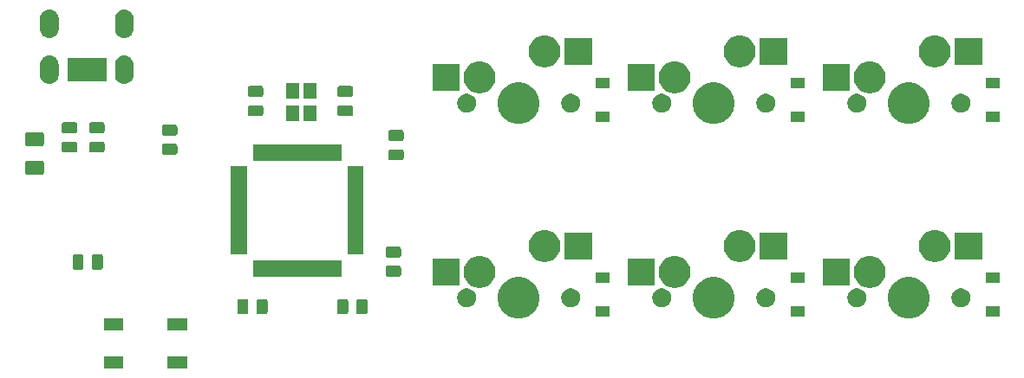
<source format=gbs>
G04 #@! TF.GenerationSoftware,KiCad,Pcbnew,(5.1.4)-1*
G04 #@! TF.CreationDate,2023-05-28T13:58:39-07:00*
G04 #@! TF.ProjectId,keypad,6b657970-6164-42e6-9b69-6361645f7063,rev?*
G04 #@! TF.SameCoordinates,Original*
G04 #@! TF.FileFunction,Soldermask,Bot*
G04 #@! TF.FilePolarity,Negative*
%FSLAX46Y46*%
G04 Gerber Fmt 4.6, Leading zero omitted, Abs format (unit mm)*
G04 Created by KiCad (PCBNEW (5.1.4)-1) date 2023-05-28 13:58:39*
%MOMM*%
%LPD*%
G04 APERTURE LIST*
%ADD10C,0.100000*%
G04 APERTURE END LIST*
D10*
G36*
X174782250Y-137888000D02*
G01*
X172880250Y-137888000D01*
X172880250Y-136686000D01*
X174782250Y-136686000D01*
X174782250Y-137888000D01*
X174782250Y-137888000D01*
G37*
G36*
X168582250Y-137888000D02*
G01*
X166680250Y-137888000D01*
X166680250Y-136686000D01*
X168582250Y-136686000D01*
X168582250Y-137888000D01*
X168582250Y-137888000D01*
G37*
G36*
X168582250Y-134188000D02*
G01*
X166680250Y-134188000D01*
X166680250Y-132986000D01*
X168582250Y-132986000D01*
X168582250Y-134188000D01*
X168582250Y-134188000D01*
G37*
G36*
X174782250Y-134188000D02*
G01*
X172880250Y-134188000D01*
X172880250Y-132986000D01*
X174782250Y-132986000D01*
X174782250Y-134188000D01*
X174782250Y-134188000D01*
G37*
G36*
X245865224Y-129002434D02*
G01*
X246083224Y-129092733D01*
X246237373Y-129156583D01*
X246572298Y-129380373D01*
X246857127Y-129665202D01*
X247080917Y-130000127D01*
X247113312Y-130078336D01*
X247235066Y-130372276D01*
X247313650Y-130767344D01*
X247313650Y-131170156D01*
X247235066Y-131565224D01*
X247184201Y-131688022D01*
X247080917Y-131937373D01*
X246857127Y-132272298D01*
X246572298Y-132557127D01*
X246237373Y-132780917D01*
X246109219Y-132834000D01*
X245865224Y-132935066D01*
X245470156Y-133013650D01*
X245067344Y-133013650D01*
X244672276Y-132935066D01*
X244428281Y-132834000D01*
X244300127Y-132780917D01*
X243965202Y-132557127D01*
X243680373Y-132272298D01*
X243456583Y-131937373D01*
X243353299Y-131688022D01*
X243302434Y-131565224D01*
X243223850Y-131170156D01*
X243223850Y-130767344D01*
X243302434Y-130372276D01*
X243424188Y-130078336D01*
X243456583Y-130000127D01*
X243680373Y-129665202D01*
X243965202Y-129380373D01*
X244300127Y-129156583D01*
X244454276Y-129092733D01*
X244672276Y-129002434D01*
X245067344Y-128923850D01*
X245470156Y-128923850D01*
X245865224Y-129002434D01*
X245865224Y-129002434D01*
G37*
G36*
X207765224Y-129002434D02*
G01*
X207983224Y-129092733D01*
X208137373Y-129156583D01*
X208472298Y-129380373D01*
X208757127Y-129665202D01*
X208980917Y-130000127D01*
X209013312Y-130078336D01*
X209135066Y-130372276D01*
X209213650Y-130767344D01*
X209213650Y-131170156D01*
X209135066Y-131565224D01*
X209084201Y-131688022D01*
X208980917Y-131937373D01*
X208757127Y-132272298D01*
X208472298Y-132557127D01*
X208137373Y-132780917D01*
X208009219Y-132834000D01*
X207765224Y-132935066D01*
X207370156Y-133013650D01*
X206967344Y-133013650D01*
X206572276Y-132935066D01*
X206328281Y-132834000D01*
X206200127Y-132780917D01*
X205865202Y-132557127D01*
X205580373Y-132272298D01*
X205356583Y-131937373D01*
X205253299Y-131688022D01*
X205202434Y-131565224D01*
X205123850Y-131170156D01*
X205123850Y-130767344D01*
X205202434Y-130372276D01*
X205324188Y-130078336D01*
X205356583Y-130000127D01*
X205580373Y-129665202D01*
X205865202Y-129380373D01*
X206200127Y-129156583D01*
X206354276Y-129092733D01*
X206572276Y-129002434D01*
X206967344Y-128923850D01*
X207370156Y-128923850D01*
X207765224Y-129002434D01*
X207765224Y-129002434D01*
G37*
G36*
X226815224Y-129002434D02*
G01*
X227033224Y-129092733D01*
X227187373Y-129156583D01*
X227522298Y-129380373D01*
X227807127Y-129665202D01*
X228030917Y-130000127D01*
X228063312Y-130078336D01*
X228185066Y-130372276D01*
X228263650Y-130767344D01*
X228263650Y-131170156D01*
X228185066Y-131565224D01*
X228134201Y-131688022D01*
X228030917Y-131937373D01*
X227807127Y-132272298D01*
X227522298Y-132557127D01*
X227187373Y-132780917D01*
X227059219Y-132834000D01*
X226815224Y-132935066D01*
X226420156Y-133013650D01*
X226017344Y-133013650D01*
X225622276Y-132935066D01*
X225378281Y-132834000D01*
X225250127Y-132780917D01*
X224915202Y-132557127D01*
X224630373Y-132272298D01*
X224406583Y-131937373D01*
X224303299Y-131688022D01*
X224252434Y-131565224D01*
X224173850Y-131170156D01*
X224173850Y-130767344D01*
X224252434Y-130372276D01*
X224374188Y-130078336D01*
X224406583Y-130000127D01*
X224630373Y-129665202D01*
X224915202Y-129380373D01*
X225250127Y-129156583D01*
X225404276Y-129092733D01*
X225622276Y-129002434D01*
X226017344Y-128923850D01*
X226420156Y-128923850D01*
X226815224Y-129002434D01*
X226815224Y-129002434D01*
G37*
G36*
X254143000Y-132834000D02*
G01*
X252841000Y-132834000D01*
X252841000Y-131832000D01*
X254143000Y-131832000D01*
X254143000Y-132834000D01*
X254143000Y-132834000D01*
G37*
G36*
X235093000Y-132834000D02*
G01*
X233791000Y-132834000D01*
X233791000Y-131832000D01*
X235093000Y-131832000D01*
X235093000Y-132834000D01*
X235093000Y-132834000D01*
G37*
G36*
X216043000Y-132834000D02*
G01*
X214741000Y-132834000D01*
X214741000Y-131832000D01*
X216043000Y-131832000D01*
X216043000Y-132834000D01*
X216043000Y-132834000D01*
G37*
G36*
X180614968Y-131079565D02*
G01*
X180653638Y-131091296D01*
X180689277Y-131110346D01*
X180720517Y-131135983D01*
X180746154Y-131167223D01*
X180765204Y-131202862D01*
X180776935Y-131241532D01*
X180781500Y-131287888D01*
X180781500Y-132364112D01*
X180776935Y-132410468D01*
X180765204Y-132449138D01*
X180746154Y-132484777D01*
X180720517Y-132516017D01*
X180689277Y-132541654D01*
X180653638Y-132560704D01*
X180614968Y-132572435D01*
X180568612Y-132577000D01*
X179917388Y-132577000D01*
X179871032Y-132572435D01*
X179832362Y-132560704D01*
X179796723Y-132541654D01*
X179765483Y-132516017D01*
X179739846Y-132484777D01*
X179720796Y-132449138D01*
X179709065Y-132410468D01*
X179704500Y-132364112D01*
X179704500Y-131287888D01*
X179709065Y-131241532D01*
X179720796Y-131202862D01*
X179739846Y-131167223D01*
X179765483Y-131135983D01*
X179796723Y-131110346D01*
X179832362Y-131091296D01*
X179871032Y-131079565D01*
X179917388Y-131075000D01*
X180568612Y-131075000D01*
X180614968Y-131079565D01*
X180614968Y-131079565D01*
G37*
G36*
X190363968Y-131079565D02*
G01*
X190402638Y-131091296D01*
X190438277Y-131110346D01*
X190469517Y-131135983D01*
X190495154Y-131167223D01*
X190514204Y-131202862D01*
X190525935Y-131241532D01*
X190530500Y-131287888D01*
X190530500Y-132364112D01*
X190525935Y-132410468D01*
X190514204Y-132449138D01*
X190495154Y-132484777D01*
X190469517Y-132516017D01*
X190438277Y-132541654D01*
X190402638Y-132560704D01*
X190363968Y-132572435D01*
X190317612Y-132577000D01*
X189666388Y-132577000D01*
X189620032Y-132572435D01*
X189581362Y-132560704D01*
X189545723Y-132541654D01*
X189514483Y-132516017D01*
X189488846Y-132484777D01*
X189469796Y-132449138D01*
X189458065Y-132410468D01*
X189453500Y-132364112D01*
X189453500Y-131287888D01*
X189458065Y-131241532D01*
X189469796Y-131202862D01*
X189488846Y-131167223D01*
X189514483Y-131135983D01*
X189545723Y-131110346D01*
X189581362Y-131091296D01*
X189620032Y-131079565D01*
X189666388Y-131075000D01*
X190317612Y-131075000D01*
X190363968Y-131079565D01*
X190363968Y-131079565D01*
G37*
G36*
X192238968Y-131079565D02*
G01*
X192277638Y-131091296D01*
X192313277Y-131110346D01*
X192344517Y-131135983D01*
X192370154Y-131167223D01*
X192389204Y-131202862D01*
X192400935Y-131241532D01*
X192405500Y-131287888D01*
X192405500Y-132364112D01*
X192400935Y-132410468D01*
X192389204Y-132449138D01*
X192370154Y-132484777D01*
X192344517Y-132516017D01*
X192313277Y-132541654D01*
X192277638Y-132560704D01*
X192238968Y-132572435D01*
X192192612Y-132577000D01*
X191541388Y-132577000D01*
X191495032Y-132572435D01*
X191456362Y-132560704D01*
X191420723Y-132541654D01*
X191389483Y-132516017D01*
X191363846Y-132484777D01*
X191344796Y-132449138D01*
X191333065Y-132410468D01*
X191328500Y-132364112D01*
X191328500Y-131287888D01*
X191333065Y-131241532D01*
X191344796Y-131202862D01*
X191363846Y-131167223D01*
X191389483Y-131135983D01*
X191420723Y-131110346D01*
X191456362Y-131091296D01*
X191495032Y-131079565D01*
X191541388Y-131075000D01*
X192192612Y-131075000D01*
X192238968Y-131079565D01*
X192238968Y-131079565D01*
G37*
G36*
X182489968Y-131079565D02*
G01*
X182528638Y-131091296D01*
X182564277Y-131110346D01*
X182595517Y-131135983D01*
X182621154Y-131167223D01*
X182640204Y-131202862D01*
X182651935Y-131241532D01*
X182656500Y-131287888D01*
X182656500Y-132364112D01*
X182651935Y-132410468D01*
X182640204Y-132449138D01*
X182621154Y-132484777D01*
X182595517Y-132516017D01*
X182564277Y-132541654D01*
X182528638Y-132560704D01*
X182489968Y-132572435D01*
X182443612Y-132577000D01*
X181792388Y-132577000D01*
X181746032Y-132572435D01*
X181707362Y-132560704D01*
X181671723Y-132541654D01*
X181640483Y-132516017D01*
X181614846Y-132484777D01*
X181595796Y-132449138D01*
X181584065Y-132410468D01*
X181579500Y-132364112D01*
X181579500Y-131287888D01*
X181584065Y-131241532D01*
X181595796Y-131202862D01*
X181614846Y-131167223D01*
X181640483Y-131135983D01*
X181671723Y-131110346D01*
X181707362Y-131091296D01*
X181746032Y-131079565D01*
X181792388Y-131075000D01*
X182443612Y-131075000D01*
X182489968Y-131079565D01*
X182489968Y-131079565D01*
G37*
G36*
X240458854Y-130078335D02*
G01*
X240627376Y-130148139D01*
X240779041Y-130249478D01*
X240908022Y-130378459D01*
X241009361Y-130530124D01*
X241079165Y-130698646D01*
X241114750Y-130877547D01*
X241114750Y-131059953D01*
X241079165Y-131238854D01*
X241009361Y-131407376D01*
X240908022Y-131559041D01*
X240779041Y-131688022D01*
X240627376Y-131789361D01*
X240458854Y-131859165D01*
X240279953Y-131894750D01*
X240097547Y-131894750D01*
X239918646Y-131859165D01*
X239750124Y-131789361D01*
X239598459Y-131688022D01*
X239469478Y-131559041D01*
X239368139Y-131407376D01*
X239298335Y-131238854D01*
X239262750Y-131059953D01*
X239262750Y-130877547D01*
X239298335Y-130698646D01*
X239368139Y-130530124D01*
X239469478Y-130378459D01*
X239598459Y-130249478D01*
X239750124Y-130148139D01*
X239918646Y-130078335D01*
X240097547Y-130042750D01*
X240279953Y-130042750D01*
X240458854Y-130078335D01*
X240458854Y-130078335D01*
G37*
G36*
X202358854Y-130078335D02*
G01*
X202527376Y-130148139D01*
X202679041Y-130249478D01*
X202808022Y-130378459D01*
X202909361Y-130530124D01*
X202979165Y-130698646D01*
X203014750Y-130877547D01*
X203014750Y-131059953D01*
X202979165Y-131238854D01*
X202909361Y-131407376D01*
X202808022Y-131559041D01*
X202679041Y-131688022D01*
X202527376Y-131789361D01*
X202358854Y-131859165D01*
X202179953Y-131894750D01*
X201997547Y-131894750D01*
X201818646Y-131859165D01*
X201650124Y-131789361D01*
X201498459Y-131688022D01*
X201369478Y-131559041D01*
X201268139Y-131407376D01*
X201198335Y-131238854D01*
X201162750Y-131059953D01*
X201162750Y-130877547D01*
X201198335Y-130698646D01*
X201268139Y-130530124D01*
X201369478Y-130378459D01*
X201498459Y-130249478D01*
X201650124Y-130148139D01*
X201818646Y-130078335D01*
X201997547Y-130042750D01*
X202179953Y-130042750D01*
X202358854Y-130078335D01*
X202358854Y-130078335D01*
G37*
G36*
X212518854Y-130078335D02*
G01*
X212687376Y-130148139D01*
X212839041Y-130249478D01*
X212968022Y-130378459D01*
X213069361Y-130530124D01*
X213139165Y-130698646D01*
X213174750Y-130877547D01*
X213174750Y-131059953D01*
X213139165Y-131238854D01*
X213069361Y-131407376D01*
X212968022Y-131559041D01*
X212839041Y-131688022D01*
X212687376Y-131789361D01*
X212518854Y-131859165D01*
X212339953Y-131894750D01*
X212157547Y-131894750D01*
X211978646Y-131859165D01*
X211810124Y-131789361D01*
X211658459Y-131688022D01*
X211529478Y-131559041D01*
X211428139Y-131407376D01*
X211358335Y-131238854D01*
X211322750Y-131059953D01*
X211322750Y-130877547D01*
X211358335Y-130698646D01*
X211428139Y-130530124D01*
X211529478Y-130378459D01*
X211658459Y-130249478D01*
X211810124Y-130148139D01*
X211978646Y-130078335D01*
X212157547Y-130042750D01*
X212339953Y-130042750D01*
X212518854Y-130078335D01*
X212518854Y-130078335D01*
G37*
G36*
X221408854Y-130078335D02*
G01*
X221577376Y-130148139D01*
X221729041Y-130249478D01*
X221858022Y-130378459D01*
X221959361Y-130530124D01*
X222029165Y-130698646D01*
X222064750Y-130877547D01*
X222064750Y-131059953D01*
X222029165Y-131238854D01*
X221959361Y-131407376D01*
X221858022Y-131559041D01*
X221729041Y-131688022D01*
X221577376Y-131789361D01*
X221408854Y-131859165D01*
X221229953Y-131894750D01*
X221047547Y-131894750D01*
X220868646Y-131859165D01*
X220700124Y-131789361D01*
X220548459Y-131688022D01*
X220419478Y-131559041D01*
X220318139Y-131407376D01*
X220248335Y-131238854D01*
X220212750Y-131059953D01*
X220212750Y-130877547D01*
X220248335Y-130698646D01*
X220318139Y-130530124D01*
X220419478Y-130378459D01*
X220548459Y-130249478D01*
X220700124Y-130148139D01*
X220868646Y-130078335D01*
X221047547Y-130042750D01*
X221229953Y-130042750D01*
X221408854Y-130078335D01*
X221408854Y-130078335D01*
G37*
G36*
X231568854Y-130078335D02*
G01*
X231737376Y-130148139D01*
X231889041Y-130249478D01*
X232018022Y-130378459D01*
X232119361Y-130530124D01*
X232189165Y-130698646D01*
X232224750Y-130877547D01*
X232224750Y-131059953D01*
X232189165Y-131238854D01*
X232119361Y-131407376D01*
X232018022Y-131559041D01*
X231889041Y-131688022D01*
X231737376Y-131789361D01*
X231568854Y-131859165D01*
X231389953Y-131894750D01*
X231207547Y-131894750D01*
X231028646Y-131859165D01*
X230860124Y-131789361D01*
X230708459Y-131688022D01*
X230579478Y-131559041D01*
X230478139Y-131407376D01*
X230408335Y-131238854D01*
X230372750Y-131059953D01*
X230372750Y-130877547D01*
X230408335Y-130698646D01*
X230478139Y-130530124D01*
X230579478Y-130378459D01*
X230708459Y-130249478D01*
X230860124Y-130148139D01*
X231028646Y-130078335D01*
X231207547Y-130042750D01*
X231389953Y-130042750D01*
X231568854Y-130078335D01*
X231568854Y-130078335D01*
G37*
G36*
X250618854Y-130078335D02*
G01*
X250787376Y-130148139D01*
X250939041Y-130249478D01*
X251068022Y-130378459D01*
X251169361Y-130530124D01*
X251239165Y-130698646D01*
X251274750Y-130877547D01*
X251274750Y-131059953D01*
X251239165Y-131238854D01*
X251169361Y-131407376D01*
X251068022Y-131559041D01*
X250939041Y-131688022D01*
X250787376Y-131789361D01*
X250618854Y-131859165D01*
X250439953Y-131894750D01*
X250257547Y-131894750D01*
X250078646Y-131859165D01*
X249910124Y-131789361D01*
X249758459Y-131688022D01*
X249629478Y-131559041D01*
X249528139Y-131407376D01*
X249458335Y-131238854D01*
X249422750Y-131059953D01*
X249422750Y-130877547D01*
X249458335Y-130698646D01*
X249528139Y-130530124D01*
X249629478Y-130378459D01*
X249758459Y-130249478D01*
X249910124Y-130148139D01*
X250078646Y-130078335D01*
X250257547Y-130042750D01*
X250439953Y-130042750D01*
X250618854Y-130078335D01*
X250618854Y-130078335D01*
G37*
G36*
X203636631Y-126902638D02*
G01*
X203811160Y-126937354D01*
X204093424Y-127054271D01*
X204347455Y-127224009D01*
X204563491Y-127440045D01*
X204733229Y-127694076D01*
X204850146Y-127976340D01*
X204853800Y-127994712D01*
X204909750Y-128275989D01*
X204909750Y-128581511D01*
X204879948Y-128731335D01*
X204850146Y-128881160D01*
X204733229Y-129163424D01*
X204563491Y-129417455D01*
X204347455Y-129633491D01*
X204093424Y-129803229D01*
X203811160Y-129920146D01*
X203661335Y-129949948D01*
X203511511Y-129979750D01*
X203205989Y-129979750D01*
X203056165Y-129949948D01*
X202906340Y-129920146D01*
X202624076Y-129803229D01*
X202370045Y-129633491D01*
X202154009Y-129417455D01*
X201984271Y-129163424D01*
X201867354Y-128881160D01*
X201837552Y-128731335D01*
X201807750Y-128581511D01*
X201807750Y-128275989D01*
X201863700Y-127994712D01*
X201867354Y-127976340D01*
X201984271Y-127694076D01*
X202154009Y-127440045D01*
X202370045Y-127224009D01*
X202624076Y-127054271D01*
X202906340Y-126937354D01*
X203080869Y-126902638D01*
X203205989Y-126877750D01*
X203511511Y-126877750D01*
X203636631Y-126902638D01*
X203636631Y-126902638D01*
G37*
G36*
X241736631Y-126902638D02*
G01*
X241911160Y-126937354D01*
X242193424Y-127054271D01*
X242447455Y-127224009D01*
X242663491Y-127440045D01*
X242833229Y-127694076D01*
X242950146Y-127976340D01*
X242953800Y-127994712D01*
X243009750Y-128275989D01*
X243009750Y-128581511D01*
X242979948Y-128731335D01*
X242950146Y-128881160D01*
X242833229Y-129163424D01*
X242663491Y-129417455D01*
X242447455Y-129633491D01*
X242193424Y-129803229D01*
X241911160Y-129920146D01*
X241761335Y-129949948D01*
X241611511Y-129979750D01*
X241305989Y-129979750D01*
X241156165Y-129949948D01*
X241006340Y-129920146D01*
X240724076Y-129803229D01*
X240470045Y-129633491D01*
X240254009Y-129417455D01*
X240084271Y-129163424D01*
X239967354Y-128881160D01*
X239937552Y-128731335D01*
X239907750Y-128581511D01*
X239907750Y-128275989D01*
X239963700Y-127994712D01*
X239967354Y-127976340D01*
X240084271Y-127694076D01*
X240254009Y-127440045D01*
X240470045Y-127224009D01*
X240724076Y-127054271D01*
X241006340Y-126937354D01*
X241180869Y-126902638D01*
X241305989Y-126877750D01*
X241611511Y-126877750D01*
X241736631Y-126902638D01*
X241736631Y-126902638D01*
G37*
G36*
X222686631Y-126902638D02*
G01*
X222861160Y-126937354D01*
X223143424Y-127054271D01*
X223397455Y-127224009D01*
X223613491Y-127440045D01*
X223783229Y-127694076D01*
X223900146Y-127976340D01*
X223903800Y-127994712D01*
X223959750Y-128275989D01*
X223959750Y-128581511D01*
X223929948Y-128731335D01*
X223900146Y-128881160D01*
X223783229Y-129163424D01*
X223613491Y-129417455D01*
X223397455Y-129633491D01*
X223143424Y-129803229D01*
X222861160Y-129920146D01*
X222711335Y-129949948D01*
X222561511Y-129979750D01*
X222255989Y-129979750D01*
X222106165Y-129949948D01*
X221956340Y-129920146D01*
X221674076Y-129803229D01*
X221420045Y-129633491D01*
X221204009Y-129417455D01*
X221034271Y-129163424D01*
X220917354Y-128881160D01*
X220887552Y-128731335D01*
X220857750Y-128581511D01*
X220857750Y-128275989D01*
X220913700Y-127994712D01*
X220917354Y-127976340D01*
X221034271Y-127694076D01*
X221204009Y-127440045D01*
X221420045Y-127224009D01*
X221674076Y-127054271D01*
X221956340Y-126937354D01*
X222130869Y-126902638D01*
X222255989Y-126877750D01*
X222561511Y-126877750D01*
X222686631Y-126902638D01*
X222686631Y-126902638D01*
G37*
G36*
X220459750Y-129729750D02*
G01*
X217807750Y-129729750D01*
X217807750Y-127127750D01*
X220459750Y-127127750D01*
X220459750Y-129729750D01*
X220459750Y-129729750D01*
G37*
G36*
X201409750Y-129729750D02*
G01*
X198757750Y-129729750D01*
X198757750Y-127127750D01*
X201409750Y-127127750D01*
X201409750Y-129729750D01*
X201409750Y-129729750D01*
G37*
G36*
X239509750Y-129729750D02*
G01*
X236857750Y-129729750D01*
X236857750Y-127127750D01*
X239509750Y-127127750D01*
X239509750Y-129729750D01*
X239509750Y-129729750D01*
G37*
G36*
X216043000Y-129534000D02*
G01*
X214741000Y-129534000D01*
X214741000Y-128532000D01*
X216043000Y-128532000D01*
X216043000Y-129534000D01*
X216043000Y-129534000D01*
G37*
G36*
X254143000Y-129534000D02*
G01*
X252841000Y-129534000D01*
X252841000Y-128532000D01*
X254143000Y-128532000D01*
X254143000Y-129534000D01*
X254143000Y-129534000D01*
G37*
G36*
X235093000Y-129534000D02*
G01*
X233791000Y-129534000D01*
X233791000Y-128532000D01*
X235093000Y-128532000D01*
X235093000Y-129534000D01*
X235093000Y-129534000D01*
G37*
G36*
X189873000Y-128929000D02*
G01*
X181221000Y-128929000D01*
X181221000Y-127327000D01*
X189873000Y-127327000D01*
X189873000Y-128929000D01*
X189873000Y-128929000D01*
G37*
G36*
X195529468Y-127833065D02*
G01*
X195568138Y-127844796D01*
X195603777Y-127863846D01*
X195635017Y-127889483D01*
X195660654Y-127920723D01*
X195679704Y-127956362D01*
X195691435Y-127995032D01*
X195696000Y-128041388D01*
X195696000Y-128692612D01*
X195691435Y-128738968D01*
X195679704Y-128777638D01*
X195660654Y-128813277D01*
X195635017Y-128844517D01*
X195603777Y-128870154D01*
X195568138Y-128889204D01*
X195529468Y-128900935D01*
X195483112Y-128905500D01*
X194406888Y-128905500D01*
X194360532Y-128900935D01*
X194321862Y-128889204D01*
X194286223Y-128870154D01*
X194254983Y-128844517D01*
X194229346Y-128813277D01*
X194210296Y-128777638D01*
X194198565Y-128738968D01*
X194194000Y-128692612D01*
X194194000Y-128041388D01*
X194198565Y-127995032D01*
X194210296Y-127956362D01*
X194229346Y-127920723D01*
X194254983Y-127889483D01*
X194286223Y-127863846D01*
X194321862Y-127844796D01*
X194360532Y-127833065D01*
X194406888Y-127828500D01*
X195483112Y-127828500D01*
X195529468Y-127833065D01*
X195529468Y-127833065D01*
G37*
G36*
X166409468Y-126713065D02*
G01*
X166448138Y-126724796D01*
X166483777Y-126743846D01*
X166515017Y-126769483D01*
X166540654Y-126800723D01*
X166559704Y-126836362D01*
X166571435Y-126875032D01*
X166576000Y-126921388D01*
X166576000Y-127997612D01*
X166571435Y-128043968D01*
X166559704Y-128082638D01*
X166540654Y-128118277D01*
X166515017Y-128149517D01*
X166483777Y-128175154D01*
X166448138Y-128194204D01*
X166409468Y-128205935D01*
X166363112Y-128210500D01*
X165711888Y-128210500D01*
X165665532Y-128205935D01*
X165626862Y-128194204D01*
X165591223Y-128175154D01*
X165559983Y-128149517D01*
X165534346Y-128118277D01*
X165515296Y-128082638D01*
X165503565Y-128043968D01*
X165499000Y-127997612D01*
X165499000Y-126921388D01*
X165503565Y-126875032D01*
X165515296Y-126836362D01*
X165534346Y-126800723D01*
X165559983Y-126769483D01*
X165591223Y-126743846D01*
X165626862Y-126724796D01*
X165665532Y-126713065D01*
X165711888Y-126708500D01*
X166363112Y-126708500D01*
X166409468Y-126713065D01*
X166409468Y-126713065D01*
G37*
G36*
X164534468Y-126713065D02*
G01*
X164573138Y-126724796D01*
X164608777Y-126743846D01*
X164640017Y-126769483D01*
X164665654Y-126800723D01*
X164684704Y-126836362D01*
X164696435Y-126875032D01*
X164701000Y-126921388D01*
X164701000Y-127997612D01*
X164696435Y-128043968D01*
X164684704Y-128082638D01*
X164665654Y-128118277D01*
X164640017Y-128149517D01*
X164608777Y-128175154D01*
X164573138Y-128194204D01*
X164534468Y-128205935D01*
X164488112Y-128210500D01*
X163836888Y-128210500D01*
X163790532Y-128205935D01*
X163751862Y-128194204D01*
X163716223Y-128175154D01*
X163684983Y-128149517D01*
X163659346Y-128118277D01*
X163640296Y-128082638D01*
X163628565Y-128043968D01*
X163624000Y-127997612D01*
X163624000Y-126921388D01*
X163628565Y-126875032D01*
X163640296Y-126836362D01*
X163659346Y-126800723D01*
X163684983Y-126769483D01*
X163716223Y-126743846D01*
X163751862Y-126724796D01*
X163790532Y-126713065D01*
X163836888Y-126708500D01*
X164488112Y-126708500D01*
X164534468Y-126713065D01*
X164534468Y-126713065D01*
G37*
G36*
X229061335Y-124367552D02*
G01*
X229211160Y-124397354D01*
X229493424Y-124514271D01*
X229747455Y-124684009D01*
X229963491Y-124900045D01*
X230133229Y-125154076D01*
X230250146Y-125436340D01*
X230309750Y-125735990D01*
X230309750Y-126041510D01*
X230250146Y-126341160D01*
X230133229Y-126623424D01*
X229963491Y-126877455D01*
X229747455Y-127093491D01*
X229493424Y-127263229D01*
X229211160Y-127380146D01*
X229061335Y-127409948D01*
X228911511Y-127439750D01*
X228605989Y-127439750D01*
X228456165Y-127409948D01*
X228306340Y-127380146D01*
X228024076Y-127263229D01*
X227770045Y-127093491D01*
X227554009Y-126877455D01*
X227384271Y-126623424D01*
X227267354Y-126341160D01*
X227207750Y-126041510D01*
X227207750Y-125735990D01*
X227267354Y-125436340D01*
X227384271Y-125154076D01*
X227554009Y-124900045D01*
X227770045Y-124684009D01*
X228024076Y-124514271D01*
X228306340Y-124397354D01*
X228456165Y-124367552D01*
X228605989Y-124337750D01*
X228911511Y-124337750D01*
X229061335Y-124367552D01*
X229061335Y-124367552D01*
G37*
G36*
X210011335Y-124367552D02*
G01*
X210161160Y-124397354D01*
X210443424Y-124514271D01*
X210697455Y-124684009D01*
X210913491Y-124900045D01*
X211083229Y-125154076D01*
X211200146Y-125436340D01*
X211259750Y-125735990D01*
X211259750Y-126041510D01*
X211200146Y-126341160D01*
X211083229Y-126623424D01*
X210913491Y-126877455D01*
X210697455Y-127093491D01*
X210443424Y-127263229D01*
X210161160Y-127380146D01*
X210011335Y-127409948D01*
X209861511Y-127439750D01*
X209555989Y-127439750D01*
X209406165Y-127409948D01*
X209256340Y-127380146D01*
X208974076Y-127263229D01*
X208720045Y-127093491D01*
X208504009Y-126877455D01*
X208334271Y-126623424D01*
X208217354Y-126341160D01*
X208157750Y-126041510D01*
X208157750Y-125735990D01*
X208217354Y-125436340D01*
X208334271Y-125154076D01*
X208504009Y-124900045D01*
X208720045Y-124684009D01*
X208974076Y-124514271D01*
X209256340Y-124397354D01*
X209406165Y-124367552D01*
X209555989Y-124337750D01*
X209861511Y-124337750D01*
X210011335Y-124367552D01*
X210011335Y-124367552D01*
G37*
G36*
X248111335Y-124367552D02*
G01*
X248261160Y-124397354D01*
X248543424Y-124514271D01*
X248797455Y-124684009D01*
X249013491Y-124900045D01*
X249183229Y-125154076D01*
X249300146Y-125436340D01*
X249359750Y-125735990D01*
X249359750Y-126041510D01*
X249300146Y-126341160D01*
X249183229Y-126623424D01*
X249013491Y-126877455D01*
X248797455Y-127093491D01*
X248543424Y-127263229D01*
X248261160Y-127380146D01*
X248111335Y-127409948D01*
X247961511Y-127439750D01*
X247655989Y-127439750D01*
X247506165Y-127409948D01*
X247356340Y-127380146D01*
X247074076Y-127263229D01*
X246820045Y-127093491D01*
X246604009Y-126877455D01*
X246434271Y-126623424D01*
X246317354Y-126341160D01*
X246257750Y-126041510D01*
X246257750Y-125735990D01*
X246317354Y-125436340D01*
X246434271Y-125154076D01*
X246604009Y-124900045D01*
X246820045Y-124684009D01*
X247074076Y-124514271D01*
X247356340Y-124397354D01*
X247506165Y-124367552D01*
X247655989Y-124337750D01*
X247961511Y-124337750D01*
X248111335Y-124367552D01*
X248111335Y-124367552D01*
G37*
G36*
X233386750Y-127189750D02*
G01*
X230734750Y-127189750D01*
X230734750Y-124587750D01*
X233386750Y-124587750D01*
X233386750Y-127189750D01*
X233386750Y-127189750D01*
G37*
G36*
X252436750Y-127189750D02*
G01*
X249784750Y-127189750D01*
X249784750Y-124587750D01*
X252436750Y-124587750D01*
X252436750Y-127189750D01*
X252436750Y-127189750D01*
G37*
G36*
X214336750Y-127189750D02*
G01*
X211684750Y-127189750D01*
X211684750Y-124587750D01*
X214336750Y-124587750D01*
X214336750Y-127189750D01*
X214336750Y-127189750D01*
G37*
G36*
X195529468Y-125958065D02*
G01*
X195568138Y-125969796D01*
X195603777Y-125988846D01*
X195635017Y-126014483D01*
X195660654Y-126045723D01*
X195679704Y-126081362D01*
X195691435Y-126120032D01*
X195696000Y-126166388D01*
X195696000Y-126817612D01*
X195691435Y-126863968D01*
X195679704Y-126902638D01*
X195660654Y-126938277D01*
X195635017Y-126969517D01*
X195603777Y-126995154D01*
X195568138Y-127014204D01*
X195529468Y-127025935D01*
X195483112Y-127030500D01*
X194406888Y-127030500D01*
X194360532Y-127025935D01*
X194321862Y-127014204D01*
X194286223Y-126995154D01*
X194254983Y-126969517D01*
X194229346Y-126938277D01*
X194210296Y-126902638D01*
X194198565Y-126863968D01*
X194194000Y-126817612D01*
X194194000Y-126166388D01*
X194198565Y-126120032D01*
X194210296Y-126081362D01*
X194229346Y-126045723D01*
X194254983Y-126014483D01*
X194286223Y-125988846D01*
X194321862Y-125969796D01*
X194360532Y-125958065D01*
X194406888Y-125953500D01*
X195483112Y-125953500D01*
X195529468Y-125958065D01*
X195529468Y-125958065D01*
G37*
G36*
X180648000Y-126754000D02*
G01*
X179046000Y-126754000D01*
X179046000Y-118102000D01*
X180648000Y-118102000D01*
X180648000Y-126754000D01*
X180648000Y-126754000D01*
G37*
G36*
X192048000Y-126754000D02*
G01*
X190446000Y-126754000D01*
X190446000Y-118102000D01*
X192048000Y-118102000D01*
X192048000Y-126754000D01*
X192048000Y-126754000D01*
G37*
G36*
X160661604Y-117565347D02*
G01*
X160698144Y-117576432D01*
X160731821Y-117594433D01*
X160761341Y-117618659D01*
X160785567Y-117648179D01*
X160803568Y-117681856D01*
X160814653Y-117718396D01*
X160819000Y-117762538D01*
X160819000Y-118711462D01*
X160814653Y-118755604D01*
X160803568Y-118792144D01*
X160785567Y-118825821D01*
X160761341Y-118855341D01*
X160731821Y-118879567D01*
X160698144Y-118897568D01*
X160661604Y-118908653D01*
X160617462Y-118913000D01*
X159168538Y-118913000D01*
X159124396Y-118908653D01*
X159087856Y-118897568D01*
X159054179Y-118879567D01*
X159024659Y-118855341D01*
X159000433Y-118825821D01*
X158982432Y-118792144D01*
X158971347Y-118755604D01*
X158967000Y-118711462D01*
X158967000Y-117762538D01*
X158971347Y-117718396D01*
X158982432Y-117681856D01*
X159000433Y-117648179D01*
X159024659Y-117618659D01*
X159054179Y-117594433D01*
X159087856Y-117576432D01*
X159124396Y-117565347D01*
X159168538Y-117561000D01*
X160617462Y-117561000D01*
X160661604Y-117565347D01*
X160661604Y-117565347D01*
G37*
G36*
X189873000Y-117529000D02*
G01*
X181221000Y-117529000D01*
X181221000Y-115927000D01*
X189873000Y-115927000D01*
X189873000Y-117529000D01*
X189873000Y-117529000D01*
G37*
G36*
X195783468Y-116433065D02*
G01*
X195822138Y-116444796D01*
X195857777Y-116463846D01*
X195889017Y-116489483D01*
X195914654Y-116520723D01*
X195933704Y-116556362D01*
X195945435Y-116595032D01*
X195950000Y-116641388D01*
X195950000Y-117292612D01*
X195945435Y-117338968D01*
X195933704Y-117377638D01*
X195914654Y-117413277D01*
X195889017Y-117444517D01*
X195857777Y-117470154D01*
X195822138Y-117489204D01*
X195783468Y-117500935D01*
X195737112Y-117505500D01*
X194660888Y-117505500D01*
X194614532Y-117500935D01*
X194575862Y-117489204D01*
X194540223Y-117470154D01*
X194508983Y-117444517D01*
X194483346Y-117413277D01*
X194464296Y-117377638D01*
X194452565Y-117338968D01*
X194448000Y-117292612D01*
X194448000Y-116641388D01*
X194452565Y-116595032D01*
X194464296Y-116556362D01*
X194483346Y-116520723D01*
X194508983Y-116489483D01*
X194540223Y-116463846D01*
X194575862Y-116444796D01*
X194614532Y-116433065D01*
X194660888Y-116428500D01*
X195737112Y-116428500D01*
X195783468Y-116433065D01*
X195783468Y-116433065D01*
G37*
G36*
X173685468Y-115895065D02*
G01*
X173724138Y-115906796D01*
X173759777Y-115925846D01*
X173791017Y-115951483D01*
X173816654Y-115982723D01*
X173835704Y-116018362D01*
X173847435Y-116057032D01*
X173852000Y-116103388D01*
X173852000Y-116754612D01*
X173847435Y-116800968D01*
X173835704Y-116839638D01*
X173816654Y-116875277D01*
X173791017Y-116906517D01*
X173759777Y-116932154D01*
X173724138Y-116951204D01*
X173685468Y-116962935D01*
X173639112Y-116967500D01*
X172562888Y-116967500D01*
X172516532Y-116962935D01*
X172477862Y-116951204D01*
X172442223Y-116932154D01*
X172410983Y-116906517D01*
X172385346Y-116875277D01*
X172366296Y-116839638D01*
X172354565Y-116800968D01*
X172350000Y-116754612D01*
X172350000Y-116103388D01*
X172354565Y-116057032D01*
X172366296Y-116018362D01*
X172385346Y-115982723D01*
X172410983Y-115951483D01*
X172442223Y-115925846D01*
X172477862Y-115906796D01*
X172516532Y-115895065D01*
X172562888Y-115890500D01*
X173639112Y-115890500D01*
X173685468Y-115895065D01*
X173685468Y-115895065D01*
G37*
G36*
X166573468Y-115671065D02*
G01*
X166612138Y-115682796D01*
X166647777Y-115701846D01*
X166679017Y-115727483D01*
X166704654Y-115758723D01*
X166723704Y-115794362D01*
X166735435Y-115833032D01*
X166740000Y-115879388D01*
X166740000Y-116530612D01*
X166735435Y-116576968D01*
X166723704Y-116615638D01*
X166704654Y-116651277D01*
X166679017Y-116682517D01*
X166647777Y-116708154D01*
X166612138Y-116727204D01*
X166573468Y-116738935D01*
X166527112Y-116743500D01*
X165450888Y-116743500D01*
X165404532Y-116738935D01*
X165365862Y-116727204D01*
X165330223Y-116708154D01*
X165298983Y-116682517D01*
X165273346Y-116651277D01*
X165254296Y-116615638D01*
X165242565Y-116576968D01*
X165238000Y-116530612D01*
X165238000Y-115879388D01*
X165242565Y-115833032D01*
X165254296Y-115794362D01*
X165273346Y-115758723D01*
X165298983Y-115727483D01*
X165330223Y-115701846D01*
X165365862Y-115682796D01*
X165404532Y-115671065D01*
X165450888Y-115666500D01*
X166527112Y-115666500D01*
X166573468Y-115671065D01*
X166573468Y-115671065D01*
G37*
G36*
X163906468Y-115671065D02*
G01*
X163945138Y-115682796D01*
X163980777Y-115701846D01*
X164012017Y-115727483D01*
X164037654Y-115758723D01*
X164056704Y-115794362D01*
X164068435Y-115833032D01*
X164073000Y-115879388D01*
X164073000Y-116530612D01*
X164068435Y-116576968D01*
X164056704Y-116615638D01*
X164037654Y-116651277D01*
X164012017Y-116682517D01*
X163980777Y-116708154D01*
X163945138Y-116727204D01*
X163906468Y-116738935D01*
X163860112Y-116743500D01*
X162783888Y-116743500D01*
X162737532Y-116738935D01*
X162698862Y-116727204D01*
X162663223Y-116708154D01*
X162631983Y-116682517D01*
X162606346Y-116651277D01*
X162587296Y-116615638D01*
X162575565Y-116576968D01*
X162571000Y-116530612D01*
X162571000Y-115879388D01*
X162575565Y-115833032D01*
X162587296Y-115794362D01*
X162606346Y-115758723D01*
X162631983Y-115727483D01*
X162663223Y-115701846D01*
X162698862Y-115682796D01*
X162737532Y-115671065D01*
X162783888Y-115666500D01*
X163860112Y-115666500D01*
X163906468Y-115671065D01*
X163906468Y-115671065D01*
G37*
G36*
X160661604Y-114765347D02*
G01*
X160698144Y-114776432D01*
X160731821Y-114794433D01*
X160761341Y-114818659D01*
X160785567Y-114848179D01*
X160803568Y-114881856D01*
X160814653Y-114918396D01*
X160819000Y-114962538D01*
X160819000Y-115911462D01*
X160814653Y-115955604D01*
X160803568Y-115992144D01*
X160785567Y-116025821D01*
X160761341Y-116055341D01*
X160731821Y-116079567D01*
X160698144Y-116097568D01*
X160661604Y-116108653D01*
X160617462Y-116113000D01*
X159168538Y-116113000D01*
X159124396Y-116108653D01*
X159087856Y-116097568D01*
X159054179Y-116079567D01*
X159024659Y-116055341D01*
X159000433Y-116025821D01*
X158982432Y-115992144D01*
X158971347Y-115955604D01*
X158967000Y-115911462D01*
X158967000Y-114962538D01*
X158971347Y-114918396D01*
X158982432Y-114881856D01*
X159000433Y-114848179D01*
X159024659Y-114818659D01*
X159054179Y-114794433D01*
X159087856Y-114776432D01*
X159124396Y-114765347D01*
X159168538Y-114761000D01*
X160617462Y-114761000D01*
X160661604Y-114765347D01*
X160661604Y-114765347D01*
G37*
G36*
X195783468Y-114558065D02*
G01*
X195822138Y-114569796D01*
X195857777Y-114588846D01*
X195889017Y-114614483D01*
X195914654Y-114645723D01*
X195933704Y-114681362D01*
X195945435Y-114720032D01*
X195950000Y-114766388D01*
X195950000Y-115417612D01*
X195945435Y-115463968D01*
X195933704Y-115502638D01*
X195914654Y-115538277D01*
X195889017Y-115569517D01*
X195857777Y-115595154D01*
X195822138Y-115614204D01*
X195783468Y-115625935D01*
X195737112Y-115630500D01*
X194660888Y-115630500D01*
X194614532Y-115625935D01*
X194575862Y-115614204D01*
X194540223Y-115595154D01*
X194508983Y-115569517D01*
X194483346Y-115538277D01*
X194464296Y-115502638D01*
X194452565Y-115463968D01*
X194448000Y-115417612D01*
X194448000Y-114766388D01*
X194452565Y-114720032D01*
X194464296Y-114681362D01*
X194483346Y-114645723D01*
X194508983Y-114614483D01*
X194540223Y-114588846D01*
X194575862Y-114569796D01*
X194614532Y-114558065D01*
X194660888Y-114553500D01*
X195737112Y-114553500D01*
X195783468Y-114558065D01*
X195783468Y-114558065D01*
G37*
G36*
X173685468Y-114020065D02*
G01*
X173724138Y-114031796D01*
X173759777Y-114050846D01*
X173791017Y-114076483D01*
X173816654Y-114107723D01*
X173835704Y-114143362D01*
X173847435Y-114182032D01*
X173852000Y-114228388D01*
X173852000Y-114879612D01*
X173847435Y-114925968D01*
X173835704Y-114964638D01*
X173816654Y-115000277D01*
X173791017Y-115031517D01*
X173759777Y-115057154D01*
X173724138Y-115076204D01*
X173685468Y-115087935D01*
X173639112Y-115092500D01*
X172562888Y-115092500D01*
X172516532Y-115087935D01*
X172477862Y-115076204D01*
X172442223Y-115057154D01*
X172410983Y-115031517D01*
X172385346Y-115000277D01*
X172366296Y-114964638D01*
X172354565Y-114925968D01*
X172350000Y-114879612D01*
X172350000Y-114228388D01*
X172354565Y-114182032D01*
X172366296Y-114143362D01*
X172385346Y-114107723D01*
X172410983Y-114076483D01*
X172442223Y-114050846D01*
X172477862Y-114031796D01*
X172516532Y-114020065D01*
X172562888Y-114015500D01*
X173639112Y-114015500D01*
X173685468Y-114020065D01*
X173685468Y-114020065D01*
G37*
G36*
X166573468Y-113796065D02*
G01*
X166612138Y-113807796D01*
X166647777Y-113826846D01*
X166679017Y-113852483D01*
X166704654Y-113883723D01*
X166723704Y-113919362D01*
X166735435Y-113958032D01*
X166740000Y-114004388D01*
X166740000Y-114655612D01*
X166735435Y-114701968D01*
X166723704Y-114740638D01*
X166704654Y-114776277D01*
X166679017Y-114807517D01*
X166647777Y-114833154D01*
X166612138Y-114852204D01*
X166573468Y-114863935D01*
X166527112Y-114868500D01*
X165450888Y-114868500D01*
X165404532Y-114863935D01*
X165365862Y-114852204D01*
X165330223Y-114833154D01*
X165298983Y-114807517D01*
X165273346Y-114776277D01*
X165254296Y-114740638D01*
X165242565Y-114701968D01*
X165238000Y-114655612D01*
X165238000Y-114004388D01*
X165242565Y-113958032D01*
X165254296Y-113919362D01*
X165273346Y-113883723D01*
X165298983Y-113852483D01*
X165330223Y-113826846D01*
X165365862Y-113807796D01*
X165404532Y-113796065D01*
X165450888Y-113791500D01*
X166527112Y-113791500D01*
X166573468Y-113796065D01*
X166573468Y-113796065D01*
G37*
G36*
X163906468Y-113796065D02*
G01*
X163945138Y-113807796D01*
X163980777Y-113826846D01*
X164012017Y-113852483D01*
X164037654Y-113883723D01*
X164056704Y-113919362D01*
X164068435Y-113958032D01*
X164073000Y-114004388D01*
X164073000Y-114655612D01*
X164068435Y-114701968D01*
X164056704Y-114740638D01*
X164037654Y-114776277D01*
X164012017Y-114807517D01*
X163980777Y-114833154D01*
X163945138Y-114852204D01*
X163906468Y-114863935D01*
X163860112Y-114868500D01*
X162783888Y-114868500D01*
X162737532Y-114863935D01*
X162698862Y-114852204D01*
X162663223Y-114833154D01*
X162631983Y-114807517D01*
X162606346Y-114776277D01*
X162587296Y-114740638D01*
X162575565Y-114701968D01*
X162571000Y-114655612D01*
X162571000Y-114004388D01*
X162575565Y-113958032D01*
X162587296Y-113919362D01*
X162606346Y-113883723D01*
X162631983Y-113852483D01*
X162663223Y-113826846D01*
X162698862Y-113807796D01*
X162737532Y-113796065D01*
X162783888Y-113791500D01*
X163860112Y-113791500D01*
X163906468Y-113796065D01*
X163906468Y-113796065D01*
G37*
G36*
X245865224Y-109952434D02*
G01*
X246047567Y-110027963D01*
X246237373Y-110106583D01*
X246572298Y-110330373D01*
X246857127Y-110615202D01*
X247080917Y-110950127D01*
X247141247Y-111095778D01*
X247235066Y-111322276D01*
X247313650Y-111717344D01*
X247313650Y-112120156D01*
X247235066Y-112515224D01*
X247184201Y-112638022D01*
X247080917Y-112887373D01*
X246857127Y-113222298D01*
X246572298Y-113507127D01*
X246237373Y-113730917D01*
X246111633Y-113783000D01*
X245865224Y-113885066D01*
X245470156Y-113963650D01*
X245067344Y-113963650D01*
X244672276Y-113885066D01*
X244425867Y-113783000D01*
X244300127Y-113730917D01*
X243965202Y-113507127D01*
X243680373Y-113222298D01*
X243456583Y-112887373D01*
X243353299Y-112638022D01*
X243302434Y-112515224D01*
X243223850Y-112120156D01*
X243223850Y-111717344D01*
X243302434Y-111322276D01*
X243396253Y-111095778D01*
X243456583Y-110950127D01*
X243680373Y-110615202D01*
X243965202Y-110330373D01*
X244300127Y-110106583D01*
X244489933Y-110027963D01*
X244672276Y-109952434D01*
X245067344Y-109873850D01*
X245470156Y-109873850D01*
X245865224Y-109952434D01*
X245865224Y-109952434D01*
G37*
G36*
X226815224Y-109952434D02*
G01*
X226997567Y-110027963D01*
X227187373Y-110106583D01*
X227522298Y-110330373D01*
X227807127Y-110615202D01*
X228030917Y-110950127D01*
X228091247Y-111095778D01*
X228185066Y-111322276D01*
X228263650Y-111717344D01*
X228263650Y-112120156D01*
X228185066Y-112515224D01*
X228134201Y-112638022D01*
X228030917Y-112887373D01*
X227807127Y-113222298D01*
X227522298Y-113507127D01*
X227187373Y-113730917D01*
X227061633Y-113783000D01*
X226815224Y-113885066D01*
X226420156Y-113963650D01*
X226017344Y-113963650D01*
X225622276Y-113885066D01*
X225375867Y-113783000D01*
X225250127Y-113730917D01*
X224915202Y-113507127D01*
X224630373Y-113222298D01*
X224406583Y-112887373D01*
X224303299Y-112638022D01*
X224252434Y-112515224D01*
X224173850Y-112120156D01*
X224173850Y-111717344D01*
X224252434Y-111322276D01*
X224346253Y-111095778D01*
X224406583Y-110950127D01*
X224630373Y-110615202D01*
X224915202Y-110330373D01*
X225250127Y-110106583D01*
X225439933Y-110027963D01*
X225622276Y-109952434D01*
X226017344Y-109873850D01*
X226420156Y-109873850D01*
X226815224Y-109952434D01*
X226815224Y-109952434D01*
G37*
G36*
X207765224Y-109952434D02*
G01*
X207947567Y-110027963D01*
X208137373Y-110106583D01*
X208472298Y-110330373D01*
X208757127Y-110615202D01*
X208980917Y-110950127D01*
X209041247Y-111095778D01*
X209135066Y-111322276D01*
X209213650Y-111717344D01*
X209213650Y-112120156D01*
X209135066Y-112515224D01*
X209084201Y-112638022D01*
X208980917Y-112887373D01*
X208757127Y-113222298D01*
X208472298Y-113507127D01*
X208137373Y-113730917D01*
X208011633Y-113783000D01*
X207765224Y-113885066D01*
X207370156Y-113963650D01*
X206967344Y-113963650D01*
X206572276Y-113885066D01*
X206325867Y-113783000D01*
X206200127Y-113730917D01*
X205865202Y-113507127D01*
X205580373Y-113222298D01*
X205356583Y-112887373D01*
X205253299Y-112638022D01*
X205202434Y-112515224D01*
X205123850Y-112120156D01*
X205123850Y-111717344D01*
X205202434Y-111322276D01*
X205296253Y-111095778D01*
X205356583Y-110950127D01*
X205580373Y-110615202D01*
X205865202Y-110330373D01*
X206200127Y-110106583D01*
X206389933Y-110027963D01*
X206572276Y-109952434D01*
X206967344Y-109873850D01*
X207370156Y-109873850D01*
X207765224Y-109952434D01*
X207765224Y-109952434D01*
G37*
G36*
X235093000Y-113784000D02*
G01*
X233791000Y-113784000D01*
X233791000Y-112782000D01*
X235093000Y-112782000D01*
X235093000Y-113784000D01*
X235093000Y-113784000D01*
G37*
G36*
X216043000Y-113783000D02*
G01*
X214741000Y-113783000D01*
X214741000Y-112781000D01*
X216043000Y-112781000D01*
X216043000Y-113783000D01*
X216043000Y-113783000D01*
G37*
G36*
X254143000Y-113783000D02*
G01*
X252841000Y-113783000D01*
X252841000Y-112781000D01*
X254143000Y-112781000D01*
X254143000Y-113783000D01*
X254143000Y-113783000D01*
G37*
G36*
X187468000Y-113654000D02*
G01*
X186166000Y-113654000D01*
X186166000Y-112152000D01*
X187468000Y-112152000D01*
X187468000Y-113654000D01*
X187468000Y-113654000D01*
G37*
G36*
X185768000Y-113654000D02*
G01*
X184466000Y-113654000D01*
X184466000Y-112152000D01*
X185768000Y-112152000D01*
X185768000Y-113654000D01*
X185768000Y-113654000D01*
G37*
G36*
X182067468Y-112115065D02*
G01*
X182106138Y-112126796D01*
X182141777Y-112145846D01*
X182173017Y-112171483D01*
X182198654Y-112202723D01*
X182217704Y-112238362D01*
X182229435Y-112277032D01*
X182234000Y-112323388D01*
X182234000Y-112974612D01*
X182229435Y-113020968D01*
X182217704Y-113059638D01*
X182198654Y-113095277D01*
X182173017Y-113126517D01*
X182141777Y-113152154D01*
X182106138Y-113171204D01*
X182067468Y-113182935D01*
X182021112Y-113187500D01*
X180944888Y-113187500D01*
X180898532Y-113182935D01*
X180859862Y-113171204D01*
X180824223Y-113152154D01*
X180792983Y-113126517D01*
X180767346Y-113095277D01*
X180748296Y-113059638D01*
X180736565Y-113020968D01*
X180732000Y-112974612D01*
X180732000Y-112323388D01*
X180736565Y-112277032D01*
X180748296Y-112238362D01*
X180767346Y-112202723D01*
X180792983Y-112171483D01*
X180824223Y-112145846D01*
X180859862Y-112126796D01*
X180898532Y-112115065D01*
X180944888Y-112110500D01*
X182021112Y-112110500D01*
X182067468Y-112115065D01*
X182067468Y-112115065D01*
G37*
G36*
X190830468Y-112115065D02*
G01*
X190869138Y-112126796D01*
X190904777Y-112145846D01*
X190936017Y-112171483D01*
X190961654Y-112202723D01*
X190980704Y-112238362D01*
X190992435Y-112277032D01*
X190997000Y-112323388D01*
X190997000Y-112974612D01*
X190992435Y-113020968D01*
X190980704Y-113059638D01*
X190961654Y-113095277D01*
X190936017Y-113126517D01*
X190904777Y-113152154D01*
X190869138Y-113171204D01*
X190830468Y-113182935D01*
X190784112Y-113187500D01*
X189707888Y-113187500D01*
X189661532Y-113182935D01*
X189622862Y-113171204D01*
X189587223Y-113152154D01*
X189555983Y-113126517D01*
X189530346Y-113095277D01*
X189511296Y-113059638D01*
X189499565Y-113020968D01*
X189495000Y-112974612D01*
X189495000Y-112323388D01*
X189499565Y-112277032D01*
X189511296Y-112238362D01*
X189530346Y-112202723D01*
X189555983Y-112171483D01*
X189587223Y-112145846D01*
X189622862Y-112126796D01*
X189661532Y-112115065D01*
X189707888Y-112110500D01*
X190784112Y-112110500D01*
X190830468Y-112115065D01*
X190830468Y-112115065D01*
G37*
G36*
X212518854Y-111028335D02*
G01*
X212687376Y-111098139D01*
X212839041Y-111199478D01*
X212968022Y-111328459D01*
X213069361Y-111480124D01*
X213139165Y-111648646D01*
X213174750Y-111827547D01*
X213174750Y-112009953D01*
X213139165Y-112188854D01*
X213069361Y-112357376D01*
X212968022Y-112509041D01*
X212839041Y-112638022D01*
X212687376Y-112739361D01*
X212518854Y-112809165D01*
X212339953Y-112844750D01*
X212157547Y-112844750D01*
X211978646Y-112809165D01*
X211810124Y-112739361D01*
X211658459Y-112638022D01*
X211529478Y-112509041D01*
X211428139Y-112357376D01*
X211358335Y-112188854D01*
X211322750Y-112009953D01*
X211322750Y-111827547D01*
X211358335Y-111648646D01*
X211428139Y-111480124D01*
X211529478Y-111328459D01*
X211658459Y-111199478D01*
X211810124Y-111098139D01*
X211978646Y-111028335D01*
X212157547Y-110992750D01*
X212339953Y-110992750D01*
X212518854Y-111028335D01*
X212518854Y-111028335D01*
G37*
G36*
X202358854Y-111028335D02*
G01*
X202527376Y-111098139D01*
X202679041Y-111199478D01*
X202808022Y-111328459D01*
X202909361Y-111480124D01*
X202979165Y-111648646D01*
X203014750Y-111827547D01*
X203014750Y-112009953D01*
X202979165Y-112188854D01*
X202909361Y-112357376D01*
X202808022Y-112509041D01*
X202679041Y-112638022D01*
X202527376Y-112739361D01*
X202358854Y-112809165D01*
X202179953Y-112844750D01*
X201997547Y-112844750D01*
X201818646Y-112809165D01*
X201650124Y-112739361D01*
X201498459Y-112638022D01*
X201369478Y-112509041D01*
X201268139Y-112357376D01*
X201198335Y-112188854D01*
X201162750Y-112009953D01*
X201162750Y-111827547D01*
X201198335Y-111648646D01*
X201268139Y-111480124D01*
X201369478Y-111328459D01*
X201498459Y-111199478D01*
X201650124Y-111098139D01*
X201818646Y-111028335D01*
X201997547Y-110992750D01*
X202179953Y-110992750D01*
X202358854Y-111028335D01*
X202358854Y-111028335D01*
G37*
G36*
X221408854Y-111028335D02*
G01*
X221577376Y-111098139D01*
X221729041Y-111199478D01*
X221858022Y-111328459D01*
X221959361Y-111480124D01*
X222029165Y-111648646D01*
X222064750Y-111827547D01*
X222064750Y-112009953D01*
X222029165Y-112188854D01*
X221959361Y-112357376D01*
X221858022Y-112509041D01*
X221729041Y-112638022D01*
X221577376Y-112739361D01*
X221408854Y-112809165D01*
X221229953Y-112844750D01*
X221047547Y-112844750D01*
X220868646Y-112809165D01*
X220700124Y-112739361D01*
X220548459Y-112638022D01*
X220419478Y-112509041D01*
X220318139Y-112357376D01*
X220248335Y-112188854D01*
X220212750Y-112009953D01*
X220212750Y-111827547D01*
X220248335Y-111648646D01*
X220318139Y-111480124D01*
X220419478Y-111328459D01*
X220548459Y-111199478D01*
X220700124Y-111098139D01*
X220868646Y-111028335D01*
X221047547Y-110992750D01*
X221229953Y-110992750D01*
X221408854Y-111028335D01*
X221408854Y-111028335D01*
G37*
G36*
X231568854Y-111028335D02*
G01*
X231737376Y-111098139D01*
X231889041Y-111199478D01*
X232018022Y-111328459D01*
X232119361Y-111480124D01*
X232189165Y-111648646D01*
X232224750Y-111827547D01*
X232224750Y-112009953D01*
X232189165Y-112188854D01*
X232119361Y-112357376D01*
X232018022Y-112509041D01*
X231889041Y-112638022D01*
X231737376Y-112739361D01*
X231568854Y-112809165D01*
X231389953Y-112844750D01*
X231207547Y-112844750D01*
X231028646Y-112809165D01*
X230860124Y-112739361D01*
X230708459Y-112638022D01*
X230579478Y-112509041D01*
X230478139Y-112357376D01*
X230408335Y-112188854D01*
X230372750Y-112009953D01*
X230372750Y-111827547D01*
X230408335Y-111648646D01*
X230478139Y-111480124D01*
X230579478Y-111328459D01*
X230708459Y-111199478D01*
X230860124Y-111098139D01*
X231028646Y-111028335D01*
X231207547Y-110992750D01*
X231389953Y-110992750D01*
X231568854Y-111028335D01*
X231568854Y-111028335D01*
G37*
G36*
X240458854Y-111028335D02*
G01*
X240627376Y-111098139D01*
X240779041Y-111199478D01*
X240908022Y-111328459D01*
X241009361Y-111480124D01*
X241079165Y-111648646D01*
X241114750Y-111827547D01*
X241114750Y-112009953D01*
X241079165Y-112188854D01*
X241009361Y-112357376D01*
X240908022Y-112509041D01*
X240779041Y-112638022D01*
X240627376Y-112739361D01*
X240458854Y-112809165D01*
X240279953Y-112844750D01*
X240097547Y-112844750D01*
X239918646Y-112809165D01*
X239750124Y-112739361D01*
X239598459Y-112638022D01*
X239469478Y-112509041D01*
X239368139Y-112357376D01*
X239298335Y-112188854D01*
X239262750Y-112009953D01*
X239262750Y-111827547D01*
X239298335Y-111648646D01*
X239368139Y-111480124D01*
X239469478Y-111328459D01*
X239598459Y-111199478D01*
X239750124Y-111098139D01*
X239918646Y-111028335D01*
X240097547Y-110992750D01*
X240279953Y-110992750D01*
X240458854Y-111028335D01*
X240458854Y-111028335D01*
G37*
G36*
X250618854Y-111028335D02*
G01*
X250787376Y-111098139D01*
X250939041Y-111199478D01*
X251068022Y-111328459D01*
X251169361Y-111480124D01*
X251239165Y-111648646D01*
X251274750Y-111827547D01*
X251274750Y-112009953D01*
X251239165Y-112188854D01*
X251169361Y-112357376D01*
X251068022Y-112509041D01*
X250939041Y-112638022D01*
X250787376Y-112739361D01*
X250618854Y-112809165D01*
X250439953Y-112844750D01*
X250257547Y-112844750D01*
X250078646Y-112809165D01*
X249910124Y-112739361D01*
X249758459Y-112638022D01*
X249629478Y-112509041D01*
X249528139Y-112357376D01*
X249458335Y-112188854D01*
X249422750Y-112009953D01*
X249422750Y-111827547D01*
X249458335Y-111648646D01*
X249528139Y-111480124D01*
X249629478Y-111328459D01*
X249758459Y-111199478D01*
X249910124Y-111098139D01*
X250078646Y-111028335D01*
X250257547Y-110992750D01*
X250439953Y-110992750D01*
X250618854Y-111028335D01*
X250618854Y-111028335D01*
G37*
G36*
X185768000Y-111454000D02*
G01*
X184466000Y-111454000D01*
X184466000Y-109952000D01*
X185768000Y-109952000D01*
X185768000Y-111454000D01*
X185768000Y-111454000D01*
G37*
G36*
X187468000Y-111454000D02*
G01*
X186166000Y-111454000D01*
X186166000Y-109952000D01*
X187468000Y-109952000D01*
X187468000Y-111454000D01*
X187468000Y-111454000D01*
G37*
G36*
X182067468Y-110240065D02*
G01*
X182106138Y-110251796D01*
X182141777Y-110270846D01*
X182173017Y-110296483D01*
X182198654Y-110327723D01*
X182217704Y-110363362D01*
X182229435Y-110402032D01*
X182234000Y-110448388D01*
X182234000Y-111099612D01*
X182229435Y-111145968D01*
X182217704Y-111184638D01*
X182198654Y-111220277D01*
X182173017Y-111251517D01*
X182141777Y-111277154D01*
X182106138Y-111296204D01*
X182067468Y-111307935D01*
X182021112Y-111312500D01*
X180944888Y-111312500D01*
X180898532Y-111307935D01*
X180859862Y-111296204D01*
X180824223Y-111277154D01*
X180792983Y-111251517D01*
X180767346Y-111220277D01*
X180748296Y-111184638D01*
X180736565Y-111145968D01*
X180732000Y-111099612D01*
X180732000Y-110448388D01*
X180736565Y-110402032D01*
X180748296Y-110363362D01*
X180767346Y-110327723D01*
X180792983Y-110296483D01*
X180824223Y-110270846D01*
X180859862Y-110251796D01*
X180898532Y-110240065D01*
X180944888Y-110235500D01*
X182021112Y-110235500D01*
X182067468Y-110240065D01*
X182067468Y-110240065D01*
G37*
G36*
X190830468Y-110240065D02*
G01*
X190869138Y-110251796D01*
X190904777Y-110270846D01*
X190936017Y-110296483D01*
X190961654Y-110327723D01*
X190980704Y-110363362D01*
X190992435Y-110402032D01*
X190997000Y-110448388D01*
X190997000Y-111099612D01*
X190992435Y-111145968D01*
X190980704Y-111184638D01*
X190961654Y-111220277D01*
X190936017Y-111251517D01*
X190904777Y-111277154D01*
X190869138Y-111296204D01*
X190830468Y-111307935D01*
X190784112Y-111312500D01*
X189707888Y-111312500D01*
X189661532Y-111307935D01*
X189622862Y-111296204D01*
X189587223Y-111277154D01*
X189555983Y-111251517D01*
X189530346Y-111220277D01*
X189511296Y-111184638D01*
X189499565Y-111145968D01*
X189495000Y-111099612D01*
X189495000Y-110448388D01*
X189499565Y-110402032D01*
X189511296Y-110363362D01*
X189530346Y-110327723D01*
X189555983Y-110296483D01*
X189587223Y-110270846D01*
X189622862Y-110251796D01*
X189661532Y-110240065D01*
X189707888Y-110235500D01*
X190784112Y-110235500D01*
X190830468Y-110240065D01*
X190830468Y-110240065D01*
G37*
G36*
X203661335Y-107857552D02*
G01*
X203811160Y-107887354D01*
X204093424Y-108004271D01*
X204347455Y-108174009D01*
X204563491Y-108390045D01*
X204733229Y-108644076D01*
X204850146Y-108926340D01*
X204850146Y-108926341D01*
X204909750Y-109225989D01*
X204909750Y-109531511D01*
X204887575Y-109642990D01*
X204850146Y-109831160D01*
X204733229Y-110113424D01*
X204563491Y-110367455D01*
X204347455Y-110583491D01*
X204093424Y-110753229D01*
X203811160Y-110870146D01*
X203661335Y-110899948D01*
X203511511Y-110929750D01*
X203205989Y-110929750D01*
X203056165Y-110899948D01*
X202906340Y-110870146D01*
X202624076Y-110753229D01*
X202370045Y-110583491D01*
X202154009Y-110367455D01*
X201984271Y-110113424D01*
X201867354Y-109831160D01*
X201829925Y-109642990D01*
X201807750Y-109531511D01*
X201807750Y-109225989D01*
X201867354Y-108926341D01*
X201867354Y-108926340D01*
X201984271Y-108644076D01*
X202154009Y-108390045D01*
X202370045Y-108174009D01*
X202624076Y-108004271D01*
X202906340Y-107887354D01*
X203056165Y-107857552D01*
X203205989Y-107827750D01*
X203511511Y-107827750D01*
X203661335Y-107857552D01*
X203661335Y-107857552D01*
G37*
G36*
X222711335Y-107857552D02*
G01*
X222861160Y-107887354D01*
X223143424Y-108004271D01*
X223397455Y-108174009D01*
X223613491Y-108390045D01*
X223783229Y-108644076D01*
X223900146Y-108926340D01*
X223900146Y-108926341D01*
X223959750Y-109225989D01*
X223959750Y-109531511D01*
X223937575Y-109642990D01*
X223900146Y-109831160D01*
X223783229Y-110113424D01*
X223613491Y-110367455D01*
X223397455Y-110583491D01*
X223143424Y-110753229D01*
X222861160Y-110870146D01*
X222711335Y-110899948D01*
X222561511Y-110929750D01*
X222255989Y-110929750D01*
X222106165Y-110899948D01*
X221956340Y-110870146D01*
X221674076Y-110753229D01*
X221420045Y-110583491D01*
X221204009Y-110367455D01*
X221034271Y-110113424D01*
X220917354Y-109831160D01*
X220879925Y-109642990D01*
X220857750Y-109531511D01*
X220857750Y-109225989D01*
X220917354Y-108926341D01*
X220917354Y-108926340D01*
X221034271Y-108644076D01*
X221204009Y-108390045D01*
X221420045Y-108174009D01*
X221674076Y-108004271D01*
X221956340Y-107887354D01*
X222106165Y-107857552D01*
X222255989Y-107827750D01*
X222561511Y-107827750D01*
X222711335Y-107857552D01*
X222711335Y-107857552D01*
G37*
G36*
X241761335Y-107857552D02*
G01*
X241911160Y-107887354D01*
X242193424Y-108004271D01*
X242447455Y-108174009D01*
X242663491Y-108390045D01*
X242833229Y-108644076D01*
X242950146Y-108926340D01*
X242950146Y-108926341D01*
X243009750Y-109225989D01*
X243009750Y-109531511D01*
X242987575Y-109642990D01*
X242950146Y-109831160D01*
X242833229Y-110113424D01*
X242663491Y-110367455D01*
X242447455Y-110583491D01*
X242193424Y-110753229D01*
X241911160Y-110870146D01*
X241761335Y-110899948D01*
X241611511Y-110929750D01*
X241305989Y-110929750D01*
X241156165Y-110899948D01*
X241006340Y-110870146D01*
X240724076Y-110753229D01*
X240470045Y-110583491D01*
X240254009Y-110367455D01*
X240084271Y-110113424D01*
X239967354Y-109831160D01*
X239929925Y-109642990D01*
X239907750Y-109531511D01*
X239907750Y-109225989D01*
X239967354Y-108926341D01*
X239967354Y-108926340D01*
X240084271Y-108644076D01*
X240254009Y-108390045D01*
X240470045Y-108174009D01*
X240724076Y-108004271D01*
X241006340Y-107887354D01*
X241156165Y-107857552D01*
X241305989Y-107827750D01*
X241611511Y-107827750D01*
X241761335Y-107857552D01*
X241761335Y-107857552D01*
G37*
G36*
X220459750Y-110679750D02*
G01*
X217807750Y-110679750D01*
X217807750Y-108077750D01*
X220459750Y-108077750D01*
X220459750Y-110679750D01*
X220459750Y-110679750D01*
G37*
G36*
X239509750Y-110679750D02*
G01*
X236857750Y-110679750D01*
X236857750Y-108077750D01*
X239509750Y-108077750D01*
X239509750Y-110679750D01*
X239509750Y-110679750D01*
G37*
G36*
X201409750Y-110679750D02*
G01*
X198757750Y-110679750D01*
X198757750Y-108077750D01*
X201409750Y-108077750D01*
X201409750Y-110679750D01*
X201409750Y-110679750D01*
G37*
G36*
X235093000Y-110484000D02*
G01*
X233791000Y-110484000D01*
X233791000Y-109482000D01*
X235093000Y-109482000D01*
X235093000Y-110484000D01*
X235093000Y-110484000D01*
G37*
G36*
X216043000Y-110483000D02*
G01*
X214741000Y-110483000D01*
X214741000Y-109481000D01*
X216043000Y-109481000D01*
X216043000Y-110483000D01*
X216043000Y-110483000D01*
G37*
G36*
X254143000Y-110483000D02*
G01*
X252841000Y-110483000D01*
X252841000Y-109481000D01*
X254143000Y-109481000D01*
X254143000Y-110483000D01*
X254143000Y-110483000D01*
G37*
G36*
X168832627Y-107252037D02*
G01*
X169002466Y-107303557D01*
X169158991Y-107387222D01*
X169194729Y-107416552D01*
X169296186Y-107499814D01*
X169356595Y-107573424D01*
X169408778Y-107637009D01*
X169492443Y-107793534D01*
X169543963Y-107963373D01*
X169557000Y-108095742D01*
X169557000Y-109184258D01*
X169543963Y-109316627D01*
X169492443Y-109486466D01*
X169408778Y-109642991D01*
X169379448Y-109678729D01*
X169296186Y-109780186D01*
X169158989Y-109892779D01*
X169002467Y-109976442D01*
X169002465Y-109976443D01*
X168832626Y-110027963D01*
X168656000Y-110045359D01*
X168479373Y-110027963D01*
X168309534Y-109976443D01*
X168264619Y-109952435D01*
X168153011Y-109892779D01*
X168153009Y-109892778D01*
X168117271Y-109863448D01*
X168015814Y-109780186D01*
X167903221Y-109642989D01*
X167819558Y-109486467D01*
X167818203Y-109482000D01*
X167768037Y-109316626D01*
X167755000Y-109184257D01*
X167755001Y-108095742D01*
X167768038Y-107963373D01*
X167819558Y-107793534D01*
X167903223Y-107637009D01*
X167955406Y-107573424D01*
X168015815Y-107499814D01*
X168117272Y-107416552D01*
X168153010Y-107387222D01*
X168309535Y-107303557D01*
X168479374Y-107252037D01*
X168656000Y-107234641D01*
X168832627Y-107252037D01*
X168832627Y-107252037D01*
G37*
G36*
X161532627Y-107252037D02*
G01*
X161702466Y-107303557D01*
X161858991Y-107387222D01*
X161894729Y-107416552D01*
X161996186Y-107499814D01*
X162056595Y-107573424D01*
X162108778Y-107637009D01*
X162192443Y-107793534D01*
X162243963Y-107963373D01*
X162257000Y-108095742D01*
X162257000Y-109184258D01*
X162243963Y-109316627D01*
X162192443Y-109486466D01*
X162108778Y-109642991D01*
X162079448Y-109678729D01*
X161996186Y-109780186D01*
X161858989Y-109892779D01*
X161702467Y-109976442D01*
X161702465Y-109976443D01*
X161532626Y-110027963D01*
X161356000Y-110045359D01*
X161179373Y-110027963D01*
X161009534Y-109976443D01*
X160964619Y-109952435D01*
X160853011Y-109892779D01*
X160853009Y-109892778D01*
X160817271Y-109863448D01*
X160715814Y-109780186D01*
X160603221Y-109642989D01*
X160519558Y-109486467D01*
X160518203Y-109482000D01*
X160468037Y-109316626D01*
X160455000Y-109184257D01*
X160455001Y-108095742D01*
X160468038Y-107963373D01*
X160519558Y-107793534D01*
X160603223Y-107637009D01*
X160655406Y-107573424D01*
X160715815Y-107499814D01*
X160817272Y-107416552D01*
X160853010Y-107387222D01*
X161009535Y-107303557D01*
X161179374Y-107252037D01*
X161356000Y-107234641D01*
X161532627Y-107252037D01*
X161532627Y-107252037D01*
G37*
G36*
X166907000Y-109816000D02*
G01*
X163105000Y-109816000D01*
X163105000Y-107464000D01*
X166907000Y-107464000D01*
X166907000Y-109816000D01*
X166907000Y-109816000D01*
G37*
G36*
X248111335Y-105317552D02*
G01*
X248261160Y-105347354D01*
X248543424Y-105464271D01*
X248797455Y-105634009D01*
X249013491Y-105850045D01*
X249183229Y-106104076D01*
X249300146Y-106386340D01*
X249359750Y-106685990D01*
X249359750Y-106991510D01*
X249300146Y-107291160D01*
X249183229Y-107573424D01*
X249013491Y-107827455D01*
X248797455Y-108043491D01*
X248543424Y-108213229D01*
X248261160Y-108330146D01*
X248111335Y-108359948D01*
X247961511Y-108389750D01*
X247655989Y-108389750D01*
X247506165Y-108359948D01*
X247356340Y-108330146D01*
X247074076Y-108213229D01*
X246820045Y-108043491D01*
X246604009Y-107827455D01*
X246434271Y-107573424D01*
X246317354Y-107291160D01*
X246257750Y-106991510D01*
X246257750Y-106685990D01*
X246317354Y-106386340D01*
X246434271Y-106104076D01*
X246604009Y-105850045D01*
X246820045Y-105634009D01*
X247074076Y-105464271D01*
X247356340Y-105347354D01*
X247506165Y-105317552D01*
X247655989Y-105287750D01*
X247961511Y-105287750D01*
X248111335Y-105317552D01*
X248111335Y-105317552D01*
G37*
G36*
X229061335Y-105317552D02*
G01*
X229211160Y-105347354D01*
X229493424Y-105464271D01*
X229747455Y-105634009D01*
X229963491Y-105850045D01*
X230133229Y-106104076D01*
X230250146Y-106386340D01*
X230309750Y-106685990D01*
X230309750Y-106991510D01*
X230250146Y-107291160D01*
X230133229Y-107573424D01*
X229963491Y-107827455D01*
X229747455Y-108043491D01*
X229493424Y-108213229D01*
X229211160Y-108330146D01*
X229061335Y-108359948D01*
X228911511Y-108389750D01*
X228605989Y-108389750D01*
X228456165Y-108359948D01*
X228306340Y-108330146D01*
X228024076Y-108213229D01*
X227770045Y-108043491D01*
X227554009Y-107827455D01*
X227384271Y-107573424D01*
X227267354Y-107291160D01*
X227207750Y-106991510D01*
X227207750Y-106685990D01*
X227267354Y-106386340D01*
X227384271Y-106104076D01*
X227554009Y-105850045D01*
X227770045Y-105634009D01*
X228024076Y-105464271D01*
X228306340Y-105347354D01*
X228456165Y-105317552D01*
X228605989Y-105287750D01*
X228911511Y-105287750D01*
X229061335Y-105317552D01*
X229061335Y-105317552D01*
G37*
G36*
X210011335Y-105317552D02*
G01*
X210161160Y-105347354D01*
X210443424Y-105464271D01*
X210697455Y-105634009D01*
X210913491Y-105850045D01*
X211083229Y-106104076D01*
X211200146Y-106386340D01*
X211259750Y-106685990D01*
X211259750Y-106991510D01*
X211200146Y-107291160D01*
X211083229Y-107573424D01*
X210913491Y-107827455D01*
X210697455Y-108043491D01*
X210443424Y-108213229D01*
X210161160Y-108330146D01*
X210011335Y-108359948D01*
X209861511Y-108389750D01*
X209555989Y-108389750D01*
X209406165Y-108359948D01*
X209256340Y-108330146D01*
X208974076Y-108213229D01*
X208720045Y-108043491D01*
X208504009Y-107827455D01*
X208334271Y-107573424D01*
X208217354Y-107291160D01*
X208157750Y-106991510D01*
X208157750Y-106685990D01*
X208217354Y-106386340D01*
X208334271Y-106104076D01*
X208504009Y-105850045D01*
X208720045Y-105634009D01*
X208974076Y-105464271D01*
X209256340Y-105347354D01*
X209406165Y-105317552D01*
X209555989Y-105287750D01*
X209861511Y-105287750D01*
X210011335Y-105317552D01*
X210011335Y-105317552D01*
G37*
G36*
X252436750Y-108139750D02*
G01*
X249784750Y-108139750D01*
X249784750Y-105537750D01*
X252436750Y-105537750D01*
X252436750Y-108139750D01*
X252436750Y-108139750D01*
G37*
G36*
X233386750Y-108139750D02*
G01*
X230734750Y-108139750D01*
X230734750Y-105537750D01*
X233386750Y-105537750D01*
X233386750Y-108139750D01*
X233386750Y-108139750D01*
G37*
G36*
X214336750Y-108139750D02*
G01*
X211684750Y-108139750D01*
X211684750Y-105537750D01*
X214336750Y-105537750D01*
X214336750Y-108139750D01*
X214336750Y-108139750D01*
G37*
G36*
X161532627Y-102752037D02*
G01*
X161702466Y-102803557D01*
X161858991Y-102887222D01*
X161894729Y-102916552D01*
X161996186Y-102999814D01*
X162079448Y-103101271D01*
X162108778Y-103137009D01*
X162192443Y-103293534D01*
X162243963Y-103463373D01*
X162257000Y-103595742D01*
X162257000Y-104684258D01*
X162243963Y-104816627D01*
X162192443Y-104986466D01*
X162108778Y-105142991D01*
X162079448Y-105178729D01*
X161996186Y-105280186D01*
X161858989Y-105392779D01*
X161725237Y-105464271D01*
X161702465Y-105476443D01*
X161532626Y-105527963D01*
X161356000Y-105545359D01*
X161179373Y-105527963D01*
X161009534Y-105476443D01*
X160853009Y-105392778D01*
X160797660Y-105347354D01*
X160715814Y-105280186D01*
X160603221Y-105142989D01*
X160519558Y-104986467D01*
X160519557Y-104986465D01*
X160468037Y-104816626D01*
X160455000Y-104684257D01*
X160455001Y-103595742D01*
X160468038Y-103463373D01*
X160519558Y-103293534D01*
X160603223Y-103137009D01*
X160632553Y-103101271D01*
X160715815Y-102999814D01*
X160817272Y-102916552D01*
X160853010Y-102887222D01*
X161009535Y-102803557D01*
X161179374Y-102752037D01*
X161356000Y-102734641D01*
X161532627Y-102752037D01*
X161532627Y-102752037D01*
G37*
G36*
X168832627Y-102752037D02*
G01*
X169002466Y-102803557D01*
X169158991Y-102887222D01*
X169194729Y-102916552D01*
X169296186Y-102999814D01*
X169379448Y-103101271D01*
X169408778Y-103137009D01*
X169492443Y-103293534D01*
X169543963Y-103463373D01*
X169557000Y-103595742D01*
X169557000Y-104684258D01*
X169543963Y-104816627D01*
X169492443Y-104986466D01*
X169408778Y-105142991D01*
X169379448Y-105178729D01*
X169296186Y-105280186D01*
X169158989Y-105392779D01*
X169025237Y-105464271D01*
X169002465Y-105476443D01*
X168832626Y-105527963D01*
X168656000Y-105545359D01*
X168479373Y-105527963D01*
X168309534Y-105476443D01*
X168153009Y-105392778D01*
X168097660Y-105347354D01*
X168015814Y-105280186D01*
X167903221Y-105142989D01*
X167819558Y-104986467D01*
X167819557Y-104986465D01*
X167768037Y-104816626D01*
X167755000Y-104684257D01*
X167755001Y-103595742D01*
X167768038Y-103463373D01*
X167819558Y-103293534D01*
X167903223Y-103137009D01*
X167932553Y-103101271D01*
X168015815Y-102999814D01*
X168117272Y-102916552D01*
X168153010Y-102887222D01*
X168309535Y-102803557D01*
X168479374Y-102752037D01*
X168656000Y-102734641D01*
X168832627Y-102752037D01*
X168832627Y-102752037D01*
G37*
M02*

</source>
